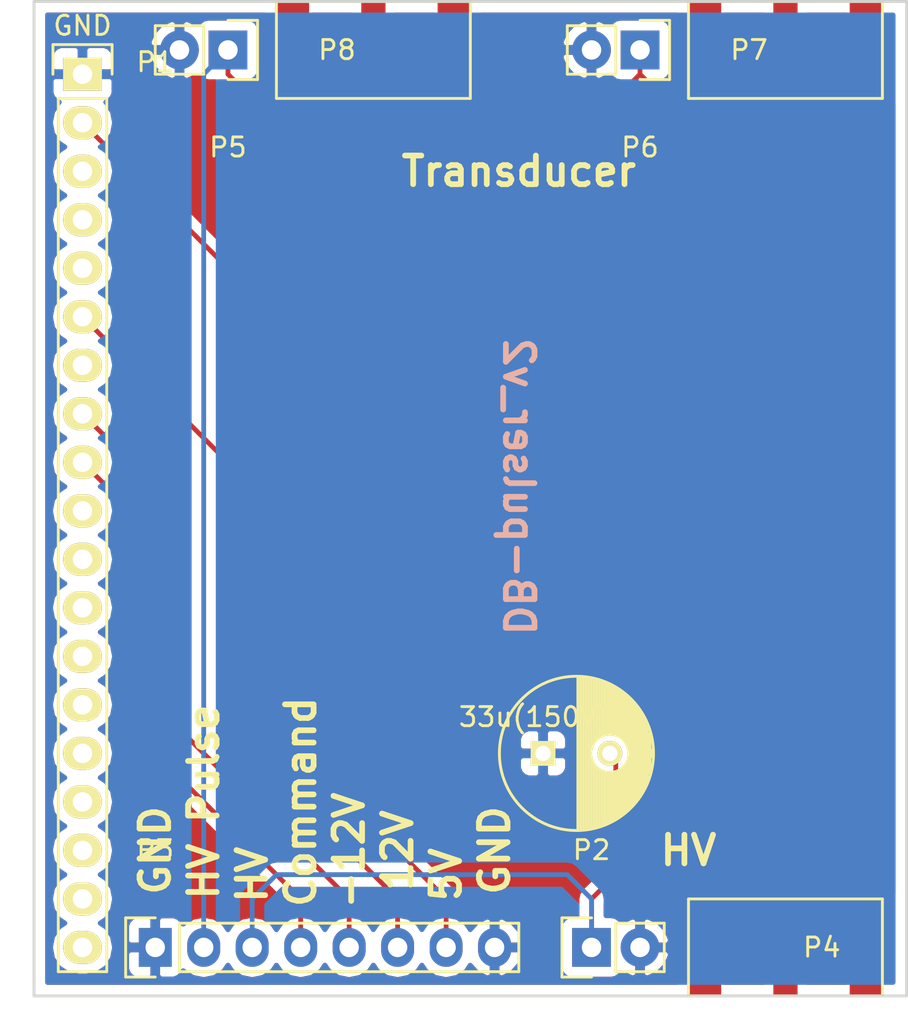
<source format=kicad_pcb>
(kicad_pcb (version 4) (host pcbnew 4.0.4+e1-6308~48~ubuntu16.04.1-stable)

  (general
    (links 23)
    (no_connects 0)
    (area 56.561667 84.814999 104.215001 138.87)
    (thickness 1.6)
    (drawings 15)
    (tracks 44)
    (zones 0)
    (modules 9)
    (nets 22)
  )

  (page A4)
  (layers
    (0 F.Cu signal)
    (31 B.Cu signal)
    (32 B.Adhes user)
    (33 F.Adhes user)
    (34 B.Paste user)
    (35 F.Paste user)
    (36 B.SilkS user)
    (37 F.SilkS user)
    (38 B.Mask user)
    (39 F.Mask user)
    (40 Dwgs.User user)
    (41 Cmts.User user)
    (42 Eco1.User user)
    (43 Eco2.User user)
    (44 Edge.Cuts user)
    (45 Margin user)
    (46 B.CrtYd user)
    (47 F.CrtYd user)
    (48 B.Fab user)
    (49 F.Fab user)
  )

  (setup
    (last_trace_width 0.25)
    (trace_clearance 0.2)
    (zone_clearance 0.508)
    (zone_45_only no)
    (trace_min 0.2)
    (segment_width 0.2)
    (edge_width 0.15)
    (via_size 0.6)
    (via_drill 0.4)
    (via_min_size 0.4)
    (via_min_drill 0.3)
    (uvia_size 0.3)
    (uvia_drill 0.1)
    (uvias_allowed no)
    (uvia_min_size 0.2)
    (uvia_min_drill 0.1)
    (pcb_text_width 0.3)
    (pcb_text_size 1.5 1.5)
    (mod_edge_width 0.15)
    (mod_text_size 1 1)
    (mod_text_width 0.15)
    (pad_size 1.524 1.524)
    (pad_drill 0.762)
    (pad_to_mask_clearance 0.2)
    (aux_axis_origin 0 0)
    (visible_elements 7FFFFFFF)
    (pcbplotparams
      (layerselection 0x010fc_80000001)
      (usegerberextensions true)
      (excludeedgelayer true)
      (linewidth 0.100000)
      (plotframeref false)
      (viasonmask false)
      (mode 1)
      (useauxorigin false)
      (hpglpennumber 1)
      (hpglpenspeed 20)
      (hpglpendiameter 15)
      (hpglpenoverlay 2)
      (psnegative false)
      (psa4output false)
      (plotreference true)
      (plotvalue true)
      (plotinvisibletext false)
      (padsonsilk false)
      (subtractmaskfromsilk false)
      (outputformat 1)
      (mirror false)
      (drillshape 0)
      (scaleselection 1)
      (outputdirectory ../gerber/))
  )

  (net 0 "")
  (net 1 GND)
  (net 2 "Net-(P1-Pad2)")
  (net 3 "Net-(P1-Pad6)")
  (net 4 "Net-(P1-Pad8)")
  (net 5 "Net-(P1-Pad9)")
  (net 6 "Net-(P3-Pad2)")
  (net 7 "Net-(33u(150V)1-Pad2)")
  (net 8 "Net-(P1-Pad3)")
  (net 9 "Net-(P1-Pad4)")
  (net 10 "Net-(P1-Pad5)")
  (net 11 "Net-(P1-Pad7)")
  (net 12 "Net-(P1-Pad10)")
  (net 13 "Net-(P1-Pad11)")
  (net 14 "Net-(P1-Pad12)")
  (net 15 "Net-(P1-Pad13)")
  (net 16 "Net-(P1-Pad14)")
  (net 17 "Net-(P1-Pad15)")
  (net 18 "Net-(P1-Pad16)")
  (net 19 "Net-(P1-Pad17)")
  (net 20 "Net-(P1-Pad18)")
  (net 21 "Net-(P1-Pad19)")

  (net_class Default "This is the default net class."
    (clearance 0.2)
    (trace_width 0.25)
    (via_dia 0.6)
    (via_drill 0.4)
    (uvia_dia 0.3)
    (uvia_drill 0.1)
    (add_net GND)
    (add_net "Net-(33u(150V)1-Pad2)")
    (add_net "Net-(P1-Pad10)")
    (add_net "Net-(P1-Pad11)")
    (add_net "Net-(P1-Pad12)")
    (add_net "Net-(P1-Pad13)")
    (add_net "Net-(P1-Pad14)")
    (add_net "Net-(P1-Pad15)")
    (add_net "Net-(P1-Pad16)")
    (add_net "Net-(P1-Pad17)")
    (add_net "Net-(P1-Pad18)")
    (add_net "Net-(P1-Pad19)")
    (add_net "Net-(P1-Pad2)")
    (add_net "Net-(P1-Pad3)")
    (add_net "Net-(P1-Pad4)")
    (add_net "Net-(P1-Pad5)")
    (add_net "Net-(P1-Pad6)")
    (add_net "Net-(P1-Pad7)")
    (add_net "Net-(P1-Pad8)")
    (add_net "Net-(P1-Pad9)")
    (add_net "Net-(P3-Pad2)")
  )

  (module Echopen:Socket_1x02 (layer F.Cu) (tedit 58405851) (tstamp 58414B1A)
    (at 90.17 87.63 180)
    (descr "Through hole socket strip")
    (tags "socket strip")
    (path /57BEF1AE)
    (attr smd)
    (fp_text reference P6 (at 0 -5.1 180) (layer F.SilkS)
      (effects (font (size 1 1) (thickness 0.15)))
    )
    (fp_text value CONN_01X02 (at 0 -3.1 180) (layer F.Fab)
      (effects (font (size 1 1) (thickness 0.15)))
    )
    (fp_line (start -1.55 1.55) (end 0 1.55) (layer F.SilkS) (width 0.15))
    (fp_line (start 3.81 1.27) (end 1.27 1.27) (layer F.SilkS) (width 0.15))
    (fp_line (start -1.75 -1.75) (end -1.75 1.75) (layer F.CrtYd) (width 0.05))
    (fp_line (start 4.3 -1.75) (end 4.3 1.75) (layer F.CrtYd) (width 0.05))
    (fp_line (start -1.75 -1.75) (end 4.3 -1.75) (layer F.CrtYd) (width 0.05))
    (fp_line (start -1.75 1.75) (end 4.3 1.75) (layer F.CrtYd) (width 0.05))
    (fp_line (start 1.27 1.27) (end 1.27 -1.27) (layer F.SilkS) (width 0.15))
    (fp_line (start 0 -1.55) (end -1.55 -1.55) (layer F.SilkS) (width 0.15))
    (fp_line (start -1.55 -1.55) (end -1.55 1.55) (layer F.SilkS) (width 0.15))
    (fp_line (start 1.27 -1.27) (end 3.81 -1.27) (layer F.SilkS) (width 0.15))
    (fp_line (start 3.81 -1.27) (end 3.81 1.27) (layer F.SilkS) (width 0.15))
    (pad 1 thru_hole rect (at 0 0 180) (size 2.032 2.032) (drill 1.016) (layers *.Cu *.Mask)
      (net 6 "Net-(P3-Pad2)"))
    (pad 2 thru_hole oval (at 2.54 0 180) (size 2.032 2.032) (drill 1.016) (layers *.Cu *.Mask)
      (net 1 GND))
    (model Socket_Strips.3dshapes/Socket_Strip_Straight_1x02.wrl
      (at (xyz 0.05 0 0))
      (scale (xyz 1 1 1))
      (rotate (xyz 0 0 180))
    )
  )

  (module Echopen:Socket_1x02 (layer F.Cu) (tedit 58405851) (tstamp 58414B0A)
    (at 68.58 87.63 180)
    (descr "Through hole socket strip")
    (tags "socket strip")
    (path /57BEF06F)
    (attr smd)
    (fp_text reference P5 (at 0 -5.1 180) (layer F.SilkS)
      (effects (font (size 1 1) (thickness 0.15)))
    )
    (fp_text value CONN_01X02 (at 0 -3.1 180) (layer F.Fab)
      (effects (font (size 1 1) (thickness 0.15)))
    )
    (fp_line (start -1.55 1.55) (end 0 1.55) (layer F.SilkS) (width 0.15))
    (fp_line (start 3.81 1.27) (end 1.27 1.27) (layer F.SilkS) (width 0.15))
    (fp_line (start -1.75 -1.75) (end -1.75 1.75) (layer F.CrtYd) (width 0.05))
    (fp_line (start 4.3 -1.75) (end 4.3 1.75) (layer F.CrtYd) (width 0.05))
    (fp_line (start -1.75 -1.75) (end 4.3 -1.75) (layer F.CrtYd) (width 0.05))
    (fp_line (start -1.75 1.75) (end 4.3 1.75) (layer F.CrtYd) (width 0.05))
    (fp_line (start 1.27 1.27) (end 1.27 -1.27) (layer F.SilkS) (width 0.15))
    (fp_line (start 0 -1.55) (end -1.55 -1.55) (layer F.SilkS) (width 0.15))
    (fp_line (start -1.55 -1.55) (end -1.55 1.55) (layer F.SilkS) (width 0.15))
    (fp_line (start 1.27 -1.27) (end 3.81 -1.27) (layer F.SilkS) (width 0.15))
    (fp_line (start 3.81 -1.27) (end 3.81 1.27) (layer F.SilkS) (width 0.15))
    (pad 1 thru_hole rect (at 0 0 180) (size 2.032 2.032) (drill 1.016) (layers *.Cu *.Mask)
      (net 6 "Net-(P3-Pad2)"))
    (pad 2 thru_hole oval (at 2.54 0 180) (size 2.032 2.032) (drill 1.016) (layers *.Cu *.Mask)
      (net 1 GND))
    (model Socket_Strips.3dshapes/Socket_Strip_Straight_1x02.wrl
      (at (xyz 0.05 0 0))
      (scale (xyz 1 1 1))
      (rotate (xyz 0 0 180))
    )
  )

  (module Echopen:Socket_Strip_Straight_1x08 (layer F.Cu) (tedit 584144DC) (tstamp 58414AF4)
    (at 64.77 134.62)
    (descr "Through hole socket strip")
    (tags "socket strip")
    (path /57BEECD8)
    (attr smd)
    (fp_text reference P3 (at 0 -5.1) (layer F.SilkS)
      (effects (font (size 1 1) (thickness 0.15)))
    )
    (fp_text value CONN_01X08 (at 0 -3.1) (layer F.Fab)
      (effects (font (size 1 1) (thickness 0.15)))
    )
    (fp_line (start -1.75 -1.75) (end -1.75 1.75) (layer F.CrtYd) (width 0.05))
    (fp_line (start 19.55 -1.75) (end 19.55 1.75) (layer F.CrtYd) (width 0.05))
    (fp_line (start -1.75 -1.75) (end 19.55 -1.75) (layer F.CrtYd) (width 0.05))
    (fp_line (start -1.75 1.75) (end 19.55 1.75) (layer F.CrtYd) (width 0.05))
    (fp_line (start 1.27 1.27) (end 19.05 1.27) (layer F.SilkS) (width 0.15))
    (fp_line (start 19.05 1.27) (end 19.05 -1.27) (layer F.SilkS) (width 0.15))
    (fp_line (start 19.05 -1.27) (end 1.27 -1.27) (layer F.SilkS) (width 0.15))
    (fp_line (start -1.55 1.55) (end 0 1.55) (layer F.SilkS) (width 0.15))
    (fp_line (start 1.27 1.27) (end 1.27 -1.27) (layer F.SilkS) (width 0.15))
    (fp_line (start 0 -1.55) (end -1.55 -1.55) (layer F.SilkS) (width 0.15))
    (fp_line (start -1.55 -1.55) (end -1.55 1.55) (layer F.SilkS) (width 0.15))
    (pad 1 thru_hole rect (at 0 0) (size 1.7272 2.032) (drill 1.016) (layers *.Cu *.Mask)
      (net 1 GND))
    (pad 2 thru_hole oval (at 2.54 0) (size 1.7272 2.032) (drill 1.016) (layers *.Cu *.Mask)
      (net 6 "Net-(P3-Pad2)"))
    (pad 3 thru_hole oval (at 5.08 0) (size 1.7272 2.032) (drill 1.016) (layers *.Cu *.Mask)
      (net 7 "Net-(33u(150V)1-Pad2)"))
    (pad 4 thru_hole oval (at 7.62 0) (size 1.7272 2.032) (drill 1.016) (layers *.Cu *.Mask)
      (net 5 "Net-(P1-Pad9)"))
    (pad 5 thru_hole oval (at 10.16 0) (size 1.7272 2.032) (drill 1.016) (layers *.Cu *.Mask)
      (net 4 "Net-(P1-Pad8)"))
    (pad 6 thru_hole oval (at 12.7 0) (size 1.7272 2.032) (drill 1.016) (layers *.Cu *.Mask)
      (net 3 "Net-(P1-Pad6)"))
    (pad 7 thru_hole oval (at 15.24 0) (size 1.7272 2.032) (drill 1.016) (layers *.Cu *.Mask)
      (net 2 "Net-(P1-Pad2)"))
    (pad 8 thru_hole oval (at 17.78 0) (size 1.7272 2.032) (drill 1.016) (layers *.Cu *.Mask)
      (net 1 GND))
    (model Socket_Strips.3dshapes/Socket_Strip_Straight_1x08.wrl
      (at (xyz 0.35 0 0))
      (scale (xyz 1 1 1))
      (rotate (xyz 0 0 180))
    )
  )

  (module Echopen:Socket_1x02 (layer F.Cu) (tedit 58405851) (tstamp 58414AE4)
    (at 87.63 134.62)
    (descr "Through hole socket strip")
    (tags "socket strip")
    (path /57BEEE86)
    (attr smd)
    (fp_text reference P2 (at 0 -5.1) (layer F.SilkS)
      (effects (font (size 1 1) (thickness 0.15)))
    )
    (fp_text value CONN_01X02 (at 0 -3.1) (layer F.Fab)
      (effects (font (size 1 1) (thickness 0.15)))
    )
    (fp_line (start -1.55 1.55) (end 0 1.55) (layer F.SilkS) (width 0.15))
    (fp_line (start 3.81 1.27) (end 1.27 1.27) (layer F.SilkS) (width 0.15))
    (fp_line (start -1.75 -1.75) (end -1.75 1.75) (layer F.CrtYd) (width 0.05))
    (fp_line (start 4.3 -1.75) (end 4.3 1.75) (layer F.CrtYd) (width 0.05))
    (fp_line (start -1.75 -1.75) (end 4.3 -1.75) (layer F.CrtYd) (width 0.05))
    (fp_line (start -1.75 1.75) (end 4.3 1.75) (layer F.CrtYd) (width 0.05))
    (fp_line (start 1.27 1.27) (end 1.27 -1.27) (layer F.SilkS) (width 0.15))
    (fp_line (start 0 -1.55) (end -1.55 -1.55) (layer F.SilkS) (width 0.15))
    (fp_line (start -1.55 -1.55) (end -1.55 1.55) (layer F.SilkS) (width 0.15))
    (fp_line (start 1.27 -1.27) (end 3.81 -1.27) (layer F.SilkS) (width 0.15))
    (fp_line (start 3.81 -1.27) (end 3.81 1.27) (layer F.SilkS) (width 0.15))
    (pad 1 thru_hole rect (at 0 0) (size 2.032 2.032) (drill 1.016) (layers *.Cu *.Mask)
      (net 7 "Net-(33u(150V)1-Pad2)"))
    (pad 2 thru_hole oval (at 2.54 0) (size 2.032 2.032) (drill 1.016) (layers *.Cu *.Mask)
      (net 1 GND))
    (model Socket_Strips.3dshapes/Socket_Strip_Straight_1x02.wrl
      (at (xyz 0.05 0 0))
      (scale (xyz 1 1 1))
      (rotate (xyz 0 0 180))
    )
  )

  (module Echopen:Header_pin_1x19 (layer F.Cu) (tedit 580DDA9C) (tstamp 58414AC2)
    (at 60.96 111.76)
    (descr "Through hole socket strip")
    (tags "socket strip")
    (path /57BEEBC1)
    (attr smd)
    (fp_text reference P1 (at 3.81 -23.495) (layer F.SilkS)
      (effects (font (size 1 1) (thickness 0.15)))
    )
    (fp_text value CONN_01X19 (at 0.635 26.035) (layer F.Fab)
      (effects (font (size 1 1) (thickness 0.15)))
    )
    (fp_text user GND (at 0 -25.4) (layer F.SilkS)
      (effects (font (size 1 1) (thickness 0.15)))
    )
    (fp_line (start 1.75 -24.61) (end -1.75 -24.61) (layer F.CrtYd) (width 0.05))
    (fp_line (start 1.75 24.64) (end -1.75 24.64) (layer F.CrtYd) (width 0.05))
    (fp_line (start 1.75 -24.61) (end 1.75 24.64) (layer F.CrtYd) (width 0.05))
    (fp_line (start -1.75 -24.61) (end -1.75 24.64) (layer F.CrtYd) (width 0.05))
    (fp_line (start -1.27 -21.59) (end -1.27 24.13) (layer F.SilkS) (width 0.15))
    (fp_line (start -1.27 24.13) (end 1.27 24.13) (layer F.SilkS) (width 0.15))
    (fp_line (start 1.27 24.13) (end 1.27 -21.59) (layer F.SilkS) (width 0.15))
    (fp_line (start -1.55 -24.41) (end -1.55 -22.86) (layer F.SilkS) (width 0.15))
    (fp_line (start -1.27 -21.59) (end 1.27 -21.59) (layer F.SilkS) (width 0.15))
    (fp_line (start 1.55 -22.86) (end 1.55 -24.41) (layer F.SilkS) (width 0.15))
    (fp_line (start 1.55 -24.41) (end -1.55 -24.41) (layer F.SilkS) (width 0.15))
    (pad 1 thru_hole rect (at 0 -22.86 270) (size 1.7272 2.032) (drill 1.016) (layers *.Cu *.Mask F.SilkS)
      (net 1 GND))
    (pad 2 thru_hole oval (at 0 -20.32 270) (size 1.7272 2.032) (drill 1.016) (layers *.Cu *.Mask F.SilkS)
      (net 2 "Net-(P1-Pad2)"))
    (pad 3 thru_hole oval (at 0 -17.78 270) (size 1.7272 2.032) (drill 1.016) (layers *.Cu *.Mask F.SilkS)
      (net 8 "Net-(P1-Pad3)"))
    (pad 4 thru_hole oval (at 0 -15.24 270) (size 1.7272 2.032) (drill 1.016) (layers *.Cu *.Mask F.SilkS)
      (net 9 "Net-(P1-Pad4)"))
    (pad 5 thru_hole oval (at 0 -12.7 270) (size 1.7272 2.032) (drill 1.016) (layers *.Cu *.Mask F.SilkS)
      (net 10 "Net-(P1-Pad5)"))
    (pad 6 thru_hole oval (at 0 -10.16 270) (size 1.7272 2.032) (drill 1.016) (layers *.Cu *.Mask F.SilkS)
      (net 3 "Net-(P1-Pad6)"))
    (pad 7 thru_hole oval (at 0 -7.62 270) (size 1.7272 2.032) (drill 1.016) (layers *.Cu *.Mask F.SilkS)
      (net 11 "Net-(P1-Pad7)"))
    (pad 8 thru_hole oval (at 0 -5.08 270) (size 1.7272 2.032) (drill 1.016) (layers *.Cu *.Mask F.SilkS)
      (net 4 "Net-(P1-Pad8)"))
    (pad 9 thru_hole oval (at 0 -2.54 270) (size 1.7272 2.032) (drill 1.016) (layers *.Cu *.Mask F.SilkS)
      (net 5 "Net-(P1-Pad9)"))
    (pad 10 thru_hole oval (at 0 0 270) (size 1.7272 2.032) (drill 1.016) (layers *.Cu *.Mask F.SilkS)
      (net 12 "Net-(P1-Pad10)"))
    (pad 11 thru_hole oval (at 0 2.54 270) (size 1.7272 2.032) (drill 1.016) (layers *.Cu *.Mask F.SilkS)
      (net 13 "Net-(P1-Pad11)"))
    (pad 12 thru_hole oval (at 0 5.08 270) (size 1.7272 2.032) (drill 1.016) (layers *.Cu *.Mask F.SilkS)
      (net 14 "Net-(P1-Pad12)"))
    (pad 13 thru_hole oval (at 0 7.62 270) (size 1.7272 2.032) (drill 1.016) (layers *.Cu *.Mask F.SilkS)
      (net 15 "Net-(P1-Pad13)"))
    (pad 14 thru_hole oval (at 0 10.16 270) (size 1.7272 2.032) (drill 1.016) (layers *.Cu *.Mask F.SilkS)
      (net 16 "Net-(P1-Pad14)"))
    (pad 15 thru_hole oval (at 0 12.7 270) (size 1.7272 2.032) (drill 1.016) (layers *.Cu *.Mask F.SilkS)
      (net 17 "Net-(P1-Pad15)"))
    (pad 16 thru_hole oval (at 0 15.24 270) (size 1.7272 2.032) (drill 1.016) (layers *.Cu *.Mask F.SilkS)
      (net 18 "Net-(P1-Pad16)"))
    (pad 17 thru_hole oval (at 0 17.78 270) (size 1.7272 2.032) (drill 1.016) (layers *.Cu *.Mask F.SilkS)
      (net 19 "Net-(P1-Pad17)"))
    (pad 18 thru_hole oval (at 0 20.32 270) (size 1.7272 2.032) (drill 1.016) (layers *.Cu *.Mask F.SilkS)
      (net 20 "Net-(P1-Pad18)"))
    (pad 19 thru_hole oval (at 0 22.86 270) (size 1.7272 2.032) (drill 1.016) (layers *.Cu *.Mask F.SilkS)
      (net 21 "Net-(P1-Pad19)"))
    (model Pin_Headers.3dshapes/Pin_Header_Straight_1x19.wrl
      (at (xyz 0 0 -0.05))
      (scale (xyz 1 1 1))
      (rotate (xyz 0 180 90))
    )
  )

  (module Echopen:CP_TH_common (layer F.Cu) (tedit 580DD8BA) (tstamp 57C05E05)
    (at 85.09 124.46)
    (descr "Radial Electrolytic Capacitor Diameter 8mm x Length 11.5mm, Pitch 3.5mm")
    (tags "Electrolytic Capacitor")
    (path /57C05E2E)
    (attr smd)
    (fp_text reference "33u(150V)1" (at 0 -1.905) (layer F.SilkS)
      (effects (font (size 1 1) (thickness 0.15)))
    )
    (fp_text value CP (at 1.27 1.905) (layer F.Fab)
      (effects (font (size 1 1) (thickness 0.15)))
    )
    (fp_line (start 1.825 -3.999) (end 1.825 3.999) (layer F.SilkS) (width 0.15))
    (fp_line (start 1.965 -3.994) (end 1.965 3.994) (layer F.SilkS) (width 0.15))
    (fp_line (start 2.105 -3.984) (end 2.105 3.984) (layer F.SilkS) (width 0.15))
    (fp_line (start 2.245 -3.969) (end 2.245 3.969) (layer F.SilkS) (width 0.15))
    (fp_line (start 2.385 -3.949) (end 2.385 3.949) (layer F.SilkS) (width 0.15))
    (fp_line (start 2.525 -3.924) (end 2.525 -0.222) (layer F.SilkS) (width 0.15))
    (fp_line (start 2.525 0.222) (end 2.525 3.924) (layer F.SilkS) (width 0.15))
    (fp_line (start 2.665 -3.894) (end 2.665 -0.55) (layer F.SilkS) (width 0.15))
    (fp_line (start 2.665 0.55) (end 2.665 3.894) (layer F.SilkS) (width 0.15))
    (fp_line (start 2.805 -3.858) (end 2.805 -0.719) (layer F.SilkS) (width 0.15))
    (fp_line (start 2.805 0.719) (end 2.805 3.858) (layer F.SilkS) (width 0.15))
    (fp_line (start 2.945 -3.817) (end 2.945 -0.832) (layer F.SilkS) (width 0.15))
    (fp_line (start 2.945 0.832) (end 2.945 3.817) (layer F.SilkS) (width 0.15))
    (fp_line (start 3.085 -3.771) (end 3.085 -0.91) (layer F.SilkS) (width 0.15))
    (fp_line (start 3.085 0.91) (end 3.085 3.771) (layer F.SilkS) (width 0.15))
    (fp_line (start 3.225 -3.718) (end 3.225 -0.961) (layer F.SilkS) (width 0.15))
    (fp_line (start 3.225 0.961) (end 3.225 3.718) (layer F.SilkS) (width 0.15))
    (fp_line (start 3.365 -3.659) (end 3.365 -0.991) (layer F.SilkS) (width 0.15))
    (fp_line (start 3.365 0.991) (end 3.365 3.659) (layer F.SilkS) (width 0.15))
    (fp_line (start 3.505 -3.594) (end 3.505 -1) (layer F.SilkS) (width 0.15))
    (fp_line (start 3.505 1) (end 3.505 3.594) (layer F.SilkS) (width 0.15))
    (fp_line (start 3.645 -3.523) (end 3.645 -0.989) (layer F.SilkS) (width 0.15))
    (fp_line (start 3.645 0.989) (end 3.645 3.523) (layer F.SilkS) (width 0.15))
    (fp_line (start 3.785 -3.444) (end 3.785 -0.959) (layer F.SilkS) (width 0.15))
    (fp_line (start 3.785 0.959) (end 3.785 3.444) (layer F.SilkS) (width 0.15))
    (fp_line (start 3.925 -3.357) (end 3.925 -0.905) (layer F.SilkS) (width 0.15))
    (fp_line (start 3.925 0.905) (end 3.925 3.357) (layer F.SilkS) (width 0.15))
    (fp_line (start 4.065 -3.262) (end 4.065 -0.825) (layer F.SilkS) (width 0.15))
    (fp_line (start 4.065 0.825) (end 4.065 3.262) (layer F.SilkS) (width 0.15))
    (fp_line (start 4.205 -3.158) (end 4.205 -0.709) (layer F.SilkS) (width 0.15))
    (fp_line (start 4.205 0.709) (end 4.205 3.158) (layer F.SilkS) (width 0.15))
    (fp_line (start 4.345 -3.044) (end 4.345 -0.535) (layer F.SilkS) (width 0.15))
    (fp_line (start 4.345 0.535) (end 4.345 3.044) (layer F.SilkS) (width 0.15))
    (fp_line (start 4.485 -2.919) (end 4.485 -0.173) (layer F.SilkS) (width 0.15))
    (fp_line (start 4.485 0.173) (end 4.485 2.919) (layer F.SilkS) (width 0.15))
    (fp_line (start 4.625 -2.781) (end 4.625 2.781) (layer F.SilkS) (width 0.15))
    (fp_line (start 4.765 -2.629) (end 4.765 2.629) (layer F.SilkS) (width 0.15))
    (fp_line (start 4.905 -2.459) (end 4.905 2.459) (layer F.SilkS) (width 0.15))
    (fp_line (start 5.045 -2.268) (end 5.045 2.268) (layer F.SilkS) (width 0.15))
    (fp_line (start 5.185 -2.05) (end 5.185 2.05) (layer F.SilkS) (width 0.15))
    (fp_line (start 5.325 -1.794) (end 5.325 1.794) (layer F.SilkS) (width 0.15))
    (fp_line (start 5.465 -1.483) (end 5.465 1.483) (layer F.SilkS) (width 0.15))
    (fp_line (start 5.605 -1.067) (end 5.605 1.067) (layer F.SilkS) (width 0.15))
    (fp_line (start 5.745 -0.2) (end 5.745 0.2) (layer F.SilkS) (width 0.15))
    (fp_circle (center 3.5 0) (end 3.5 -1) (layer F.SilkS) (width 0.15))
    (fp_circle (center 1.75 0) (end 1.75 -4.0375) (layer F.SilkS) (width 0.15))
    (fp_circle (center 1.75 0) (end 1.75 -4.3) (layer F.CrtYd) (width 0.05))
    (pad 2 thru_hole circle (at 3.5 0) (size 1.3 1.3) (drill 0.8) (layers *.Cu *.Mask F.SilkS)
      (net 7 "Net-(33u(150V)1-Pad2)"))
    (pad 1 thru_hole rect (at 0 0) (size 1.3 1.3) (drill 0.8) (layers *.Cu *.Mask F.SilkS)
      (net 1 GND))
    (model Capacitors_ThroughHole.3dshapes/C_Radial_D8_L11.5_P3.5.wrl
      (at (xyz 0 0 0))
      (scale (xyz 1 1 1))
      (rotate (xyz 0 0 0))
    )
  )

  (module Echopen:SMA (layer F.Cu) (tedit 580DD950) (tstamp 57BEEEC6)
    (at 76.2 87.63 180)
    (path /57BEF1B4)
    (attr smd)
    (fp_text reference P8 (at 1.905 0 180) (layer F.SilkS)
      (effects (font (size 1 1) (thickness 0.15)))
    )
    (fp_text value SMA (at -2.54 0 180) (layer F.Fab)
      (effects (font (size 1 1) (thickness 0.15)))
    )
    (fp_line (start -5.08 -2.54) (end 5.08 -2.54) (layer F.SilkS) (width 0.15))
    (fp_line (start 5.08 -2.54) (end 5.08 2.54) (layer F.SilkS) (width 0.15))
    (fp_line (start 5.08 2.54) (end -5.08 2.54) (layer F.SilkS) (width 0.15))
    (fp_line (start -5.08 2.54) (end -5.08 -2.54) (layer F.SilkS) (width 0.15))
    (pad 2 smd rect (at -4.2545 0 180) (size 1.778 5.08) (layers *.Paste *.Mask F.Cu)
      (net 1 GND))
    (pad 2 smd rect (at 4.2545 0 180) (size 1.778 5.08) (layers *.Paste *.Mask F.Cu)
      (net 1 GND))
    (pad 1 smd rect (at 0 0 180) (size 1.27 5.08) (layers F.Cu F.Paste F.Mask)
      (net 6 "Net-(P3-Pad2)"))
    (model ../../../../../home/echopen/Bureau/GitHub/electronic/kicad/Librairy/3d/sma_90_r300.124.403.wrl
      (at (xyz 0 -0.15 0))
      (scale (xyz 0.9 0.9 0.9))
      (rotate (xyz 0 0 0))
    )
  )

  (module Echopen:SMA (layer F.Cu) (tedit 580DD950) (tstamp 57BEEEBF)
    (at 97.79 87.63 180)
    (path /57BEF0D8)
    (attr smd)
    (fp_text reference P7 (at 1.905 0 180) (layer F.SilkS)
      (effects (font (size 1 1) (thickness 0.15)))
    )
    (fp_text value SMA (at -2.54 0 180) (layer F.Fab)
      (effects (font (size 1 1) (thickness 0.15)))
    )
    (fp_line (start -5.08 -2.54) (end 5.08 -2.54) (layer F.SilkS) (width 0.15))
    (fp_line (start 5.08 -2.54) (end 5.08 2.54) (layer F.SilkS) (width 0.15))
    (fp_line (start 5.08 2.54) (end -5.08 2.54) (layer F.SilkS) (width 0.15))
    (fp_line (start -5.08 2.54) (end -5.08 -2.54) (layer F.SilkS) (width 0.15))
    (pad 2 smd rect (at -4.2545 0 180) (size 1.778 5.08) (layers *.Paste *.Mask F.Cu)
      (net 1 GND))
    (pad 2 smd rect (at 4.2545 0 180) (size 1.778 5.08) (layers *.Paste *.Mask F.Cu)
      (net 1 GND))
    (pad 1 smd rect (at 0 0 180) (size 1.27 5.08) (layers F.Cu F.Paste F.Mask)
      (net 6 "Net-(P3-Pad2)"))
    (model ../../../../../home/echopen/Bureau/GitHub/electronic/kicad/Librairy/3d/sma_90_r300.124.403.wrl
      (at (xyz 0 -0.15 0))
      (scale (xyz 0.9 0.9 0.9))
      (rotate (xyz 0 0 0))
    )
  )

  (module Echopen:SMA (layer F.Cu) (tedit 580DD950) (tstamp 57BEEEAC)
    (at 97.79 134.62)
    (path /57BEEF82)
    (attr smd)
    (fp_text reference P4 (at 1.905 0) (layer F.SilkS)
      (effects (font (size 1 1) (thickness 0.15)))
    )
    (fp_text value SMA (at -2.54 0) (layer F.Fab)
      (effects (font (size 1 1) (thickness 0.15)))
    )
    (fp_line (start -5.08 -2.54) (end 5.08 -2.54) (layer F.SilkS) (width 0.15))
    (fp_line (start 5.08 -2.54) (end 5.08 2.54) (layer F.SilkS) (width 0.15))
    (fp_line (start 5.08 2.54) (end -5.08 2.54) (layer F.SilkS) (width 0.15))
    (fp_line (start -5.08 2.54) (end -5.08 -2.54) (layer F.SilkS) (width 0.15))
    (pad 2 smd rect (at -4.2545 0) (size 1.778 5.08) (layers *.Paste *.Mask F.Cu)
      (net 1 GND))
    (pad 2 smd rect (at 4.2545 0) (size 1.778 5.08) (layers *.Paste *.Mask F.Cu)
      (net 1 GND))
    (pad 1 smd rect (at 0 0) (size 1.27 5.08) (layers F.Cu F.Paste F.Mask)
      (net 7 "Net-(33u(150V)1-Pad2)"))
    (model ../../../../../home/echopen/Bureau/GitHub/electronic/kicad/Librairy/3d/sma_90_r300.124.403.wrl
      (at (xyz 0 -0.15 0))
      (scale (xyz 0.9 0.9 0.9))
      (rotate (xyz 0 0 0))
    )
  )

  (gr_line (start 104.14 85.09) (end 58.42 85.09) (angle 90) (layer Edge.Cuts) (width 0.15))
  (gr_line (start 104.14 137.16) (end 104.14 85.09) (angle 90) (layer Edge.Cuts) (width 0.15))
  (gr_line (start 58.42 137.16) (end 104.14 137.16) (angle 90) (layer Edge.Cuts) (width 0.15))
  (gr_line (start 58.42 85.09) (end 58.42 137.16) (angle 90) (layer Edge.Cuts) (width 0.15))
  (gr_text HV (at 92.71 129.54) (layer F.SilkS)
    (effects (font (size 1.5 1.5) (thickness 0.3)))
  )
  (gr_text Transducer (at 83.82 93.98) (layer F.SilkS)
    (effects (font (size 1.5 1.5) (thickness 0.3)))
  )
  (gr_text GND (at 64.77 129.54 90) (layer F.SilkS)
    (effects (font (size 1.5 1.5) (thickness 0.3)))
  )
  (gr_text GND (at 82.55 129.54 90) (layer F.SilkS)
    (effects (font (size 1.5 1.5) (thickness 0.3)))
  )
  (gr_text 5V (at 80.01 130.81 90) (layer F.SilkS)
    (effects (font (size 1.5 1.5) (thickness 0.3)))
  )
  (gr_text 12V (at 77.47 129.54 90) (layer F.SilkS)
    (effects (font (size 1.5 1.5) (thickness 0.3)))
  )
  (gr_text -12V (at 74.93 129.54 90) (layer F.SilkS)
    (effects (font (size 1.5 1.5) (thickness 0.3)))
  )
  (gr_text Command (at 72.39 127 90) (layer F.SilkS)
    (effects (font (size 1.5 1.5) (thickness 0.3)))
  )
  (gr_text HV (at 69.85 130.81 90) (layer F.SilkS)
    (effects (font (size 1.5 1.5) (thickness 0.3)))
  )
  (gr_text "HV Pulse" (at 67.31 127 90) (layer F.SilkS)
    (effects (font (size 1.5 1.5) (thickness 0.3)))
  )
  (gr_text DB-pulser_v2 (at 83.82 110.49 270) (layer B.SilkS)
    (effects (font (size 1.5 1.5) (thickness 0.3)) (justify mirror))
  )

  (segment (start 60.96 91.44) (end 71.12 101.6) (width 0.25) (layer F.Cu) (net 2))
  (segment (start 71.12 101.6) (end 71.12 123.19) (width 0.25) (layer F.Cu) (net 2) (tstamp 57BEF064))
  (segment (start 80.01 132.08) (end 80.01 134.62) (width 0.25) (layer F.Cu) (net 2) (tstamp 57BEF066))
  (segment (start 71.12 123.19) (end 80.01 132.08) (width 0.25) (layer F.Cu) (net 2) (tstamp 57BEF065))
  (segment (start 60.96 101.6) (end 68.58 109.22) (width 0.25) (layer F.Cu) (net 3))
  (segment (start 68.58 109.22) (end 68.58 123.19) (width 0.25) (layer F.Cu) (net 3) (tstamp 57BEF05E))
  (segment (start 77.47 132.08) (end 77.47 134.62) (width 0.25) (layer F.Cu) (net 3) (tstamp 57BEF060))
  (segment (start 68.58 123.19) (end 77.47 132.08) (width 0.25) (layer F.Cu) (net 3) (tstamp 57BEF05F))
  (segment (start 60.96 106.68) (end 64.77 110.49) (width 0.25) (layer F.Cu) (net 4))
  (segment (start 64.77 110.49) (end 66.04 111.76) (width 0.25) (layer F.Cu) (net 4) (tstamp 57BEF057))
  (segment (start 74.93 132.08) (end 74.93 134.62) (width 0.25) (layer F.Cu) (net 4) (tstamp 57BEF05A))
  (segment (start 66.04 123.19) (end 74.93 132.08) (width 0.25) (layer F.Cu) (net 4) (tstamp 57BEF059))
  (segment (start 66.04 111.76) (end 66.04 123.19) (width 0.25) (layer F.Cu) (net 4) (tstamp 57BEF058))
  (segment (start 72.39 132.08) (end 72.39 134.62) (width 0.25) (layer F.Cu) (net 5) (tstamp 57BEF053))
  (segment (start 63.5 123.19) (end 72.39 132.08) (width 0.25) (layer F.Cu) (net 5) (tstamp 57BEF051))
  (segment (start 60.96 109.22) (end 63.5 111.76) (width 0.25) (layer F.Cu) (net 5))
  (segment (start 63.5 111.76) (end 63.5 123.19) (width 0.25) (layer F.Cu) (net 5) (tstamp 57BEF050))
  (segment (start 67.31 134.62) (end 67.31 88.9) (width 0.25) (layer B.Cu) (net 6))
  (segment (start 96.52 91.44) (end 97.79 90.17) (width 0.25) (layer F.Cu) (net 6) (tstamp 57BEF099))
  (segment (start 92.71 91.44) (end 96.52 91.44) (width 0.25) (layer F.Cu) (net 6) (tstamp 57BEF098))
  (segment (start 76.2 90.17) (end 77.47 91.44) (width 0.25) (layer F.Cu) (net 6) (tstamp 57BEF08E))
  (segment (start 77.47 91.44) (end 87.63 91.44) (width 0.25) (layer F.Cu) (net 6) (tstamp 57BEF090))
  (segment (start 71.12 91.44) (end 74.93 91.44) (width 0.25) (layer F.Cu) (net 6) (tstamp 57BEF087))
  (segment (start 74.93 91.44) (end 76.2 90.17) (width 0.25) (layer F.Cu) (net 6) (tstamp 57BEF089))
  (segment (start 90.17 87.63) (end 90.17 88.9) (width 0.25) (layer F.Cu) (net 6))
  (segment (start 90.17 88.9) (end 92.71 91.44) (width 0.25) (layer F.Cu) (net 6) (tstamp 57BEF097))
  (segment (start 97.79 90.17) (end 97.79 87.63) (width 0.25) (layer F.Cu) (net 6) (tstamp 57BEF09A))
  (segment (start 76.2 87.63) (end 76.2 90.17) (width 0.25) (layer F.Cu) (net 6))
  (segment (start 87.63 91.44) (end 90.17 88.9) (width 0.25) (layer F.Cu) (net 6) (tstamp 57BEF092))
  (segment (start 68.58 87.63) (end 68.58 88.9) (width 0.25) (layer F.Cu) (net 6))
  (segment (start 68.58 88.9) (end 71.12 91.44) (width 0.25) (layer F.Cu) (net 6) (tstamp 57BEF085))
  (segment (start 67.31 88.9) (end 68.58 87.63) (width 0.25) (layer B.Cu) (net 6) (tstamp 57BEF081))
  (segment (start 88.9 130.81) (end 88.9 124.77) (width 0.25) (layer F.Cu) (net 7))
  (segment (start 88.9 124.77) (end 88.59 124.46) (width 0.25) (layer F.Cu) (net 7) (tstamp 57C05E12))
  (segment (start 69.85 134.62) (end 69.85 132.08) (width 0.25) (layer B.Cu) (net 7))
  (segment (start 69.85 132.08) (end 71.12 130.81) (width 0.25) (layer B.Cu) (net 7) (tstamp 57BEF077))
  (segment (start 87.63 132.08) (end 87.63 134.62) (width 0.25) (layer B.Cu) (net 7) (tstamp 57BEF07D))
  (segment (start 86.36 130.81) (end 87.63 132.08) (width 0.25) (layer B.Cu) (net 7) (tstamp 57BEF07B))
  (segment (start 71.12 130.81) (end 86.36 130.81) (width 0.25) (layer B.Cu) (net 7) (tstamp 57BEF079))
  (segment (start 87.63 134.62) (end 87.63 132.08) (width 0.25) (layer F.Cu) (net 7))
  (segment (start 96.52 130.81) (end 97.79 132.08) (width 0.25) (layer F.Cu) (net 7) (tstamp 57BEF071))
  (segment (start 88.9 130.81) (end 96.52 130.81) (width 0.25) (layer F.Cu) (net 7) (tstamp 57BEF06F))
  (segment (start 87.63 132.08) (end 88.9 130.81) (width 0.25) (layer F.Cu) (net 7) (tstamp 57BEF06D))
  (segment (start 97.79 132.08) (end 97.79 134.62) (width 0.25) (layer F.Cu) (net 7) (tstamp 57BEF072))

  (zone (net 1) (net_name GND) (layer F.Cu) (tstamp 57BEF3B3) (hatch edge 0.508)
    (connect_pads (clearance 0.508))
    (min_thickness 0.254)
    (fill yes (arc_segments 16) (thermal_gap 0.508) (thermal_bridge_width 0.508))
    (polygon
      (pts
        (xy 104.14 137.16) (xy 58.42 137.16) (xy 58.42 85.09) (xy 104.14 85.09)
      )
    )
    (filled_polygon
      (pts
        (xy 70.485 87.34425) (xy 70.64375 87.503) (xy 71.628 87.503) (xy 71.628 87.483) (xy 71.882 87.483)
        (xy 71.882 87.503) (xy 72.86625 87.503) (xy 73.025 87.34425) (xy 73.025 85.8) (xy 75.04456 85.8)
        (xy 75.04456 90.17) (xy 75.05733 90.237868) (xy 74.615198 90.68) (xy 72.778025 90.68) (xy 72.928327 90.529699)
        (xy 73.025 90.29631) (xy 73.025 87.91575) (xy 72.86625 87.757) (xy 71.882 87.757) (xy 71.882 87.777)
        (xy 71.628 87.777) (xy 71.628 87.757) (xy 70.64375 87.757) (xy 70.485 87.91575) (xy 70.485 89.730198)
        (xy 69.936366 89.181564) (xy 70.047441 89.11009) (xy 70.192431 88.89789) (xy 70.24344 88.646) (xy 70.24344 86.614)
        (xy 70.199162 86.378683) (xy 70.06009 86.162559) (xy 69.84789 86.017569) (xy 69.596 85.96656) (xy 67.564 85.96656)
        (xy 67.328683 86.010838) (xy 67.112559 86.14991) (xy 67.012144 86.296872) (xy 67.008379 86.292812) (xy 66.422946 86.024017)
        (xy 66.167 86.142633) (xy 66.167 87.503) (xy 66.187 87.503) (xy 66.187 87.757) (xy 66.167 87.757)
        (xy 66.167 89.117367) (xy 66.422946 89.235983) (xy 67.008379 88.967188) (xy 67.012934 88.962276) (xy 67.09991 89.097441)
        (xy 67.31211 89.242431) (xy 67.564 89.29344) (xy 67.946408 89.29344) (xy 68.042599 89.437401) (xy 70.582599 91.977401)
        (xy 70.82916 92.142148) (xy 70.877414 92.151746) (xy 71.12 92.2) (xy 74.93 92.2) (xy 75.220839 92.142148)
        (xy 75.467401 91.977401) (xy 76.2 91.244802) (xy 76.932599 91.977401) (xy 77.17916 92.142148) (xy 77.47 92.2)
        (xy 87.63 92.2) (xy 87.920839 92.142148) (xy 88.167401 91.977401) (xy 90.17 89.974802) (xy 92.172599 91.977401)
        (xy 92.41916 92.142148) (xy 92.467414 92.151746) (xy 92.71 92.2) (xy 96.52 92.2) (xy 96.810839 92.142148)
        (xy 97.057401 91.977401) (xy 98.217362 90.81744) (xy 98.298 90.81744) (xy 98.533317 90.773162) (xy 98.749441 90.63409)
        (xy 98.894431 90.42189) (xy 98.94544 90.17) (xy 98.94544 87.91575) (xy 100.965 87.91575) (xy 100.965 90.29631)
        (xy 101.061673 90.529699) (xy 101.240302 90.708327) (xy 101.473691 90.805) (xy 101.94925 90.805) (xy 102.108 90.64625)
        (xy 102.108 87.757) (xy 101.12375 87.757) (xy 100.965 87.91575) (xy 98.94544 87.91575) (xy 98.94544 85.8)
        (xy 100.965 85.8) (xy 100.965 87.34425) (xy 101.12375 87.503) (xy 102.108 87.503) (xy 102.108 87.483)
        (xy 102.362 87.483) (xy 102.362 87.503) (xy 102.382 87.503) (xy 102.382 87.757) (xy 102.362 87.757)
        (xy 102.362 90.64625) (xy 102.52075 90.805) (xy 102.996309 90.805) (xy 103.229698 90.708327) (xy 103.408327 90.529699)
        (xy 103.43 90.477376) (xy 103.43 131.772624) (xy 103.408327 131.720301) (xy 103.229698 131.541673) (xy 102.996309 131.445)
        (xy 102.52075 131.445) (xy 102.362 131.60375) (xy 102.362 134.493) (xy 102.382 134.493) (xy 102.382 134.747)
        (xy 102.362 134.747) (xy 102.362 134.767) (xy 102.108 134.767) (xy 102.108 134.747) (xy 101.12375 134.747)
        (xy 100.965 134.90575) (xy 100.965 136.45) (xy 98.94544 136.45) (xy 98.94544 132.08) (xy 98.921674 131.95369)
        (xy 100.965 131.95369) (xy 100.965 134.33425) (xy 101.12375 134.493) (xy 102.108 134.493) (xy 102.108 131.60375)
        (xy 101.94925 131.445) (xy 101.473691 131.445) (xy 101.240302 131.541673) (xy 101.061673 131.720301) (xy 100.965 131.95369)
        (xy 98.921674 131.95369) (xy 98.901162 131.844683) (xy 98.76209 131.628559) (xy 98.54989 131.483569) (xy 98.298 131.43256)
        (xy 98.217362 131.43256) (xy 97.057401 130.272599) (xy 96.810839 130.107852) (xy 96.52 130.05) (xy 89.66 130.05)
        (xy 89.66 125.207547) (xy 89.678735 125.188845) (xy 89.874777 124.716724) (xy 89.875223 124.205519) (xy 89.680005 123.733057)
        (xy 89.318845 123.371265) (xy 88.846724 123.175223) (xy 88.335519 123.174777) (xy 87.863057 123.369995) (xy 87.501265 123.731155)
        (xy 87.305223 124.203276) (xy 87.304777 124.714481) (xy 87.499995 125.186943) (xy 87.861155 125.548735) (xy 88.14 125.664522)
        (xy 88.14 130.495198) (xy 87.092599 131.542599) (xy 86.927852 131.789161) (xy 86.87 132.08) (xy 86.87 132.95656)
        (xy 86.614 132.95656) (xy 86.378683 133.000838) (xy 86.162559 133.13991) (xy 86.017569 133.35211) (xy 85.96656 133.604)
        (xy 85.96656 135.636) (xy 86.010838 135.871317) (xy 86.14991 136.087441) (xy 86.36211 136.232431) (xy 86.614 136.28344)
        (xy 88.646 136.28344) (xy 88.881317 136.239162) (xy 89.097441 136.10009) (xy 89.197856 135.953128) (xy 89.201621 135.957188)
        (xy 89.787054 136.225983) (xy 90.043 136.107367) (xy 90.043 134.747) (xy 90.297 134.747) (xy 90.297 136.107367)
        (xy 90.552946 136.225983) (xy 91.138379 135.957188) (xy 91.576385 135.484818) (xy 91.775975 135.002944) (xy 91.656836 134.747)
        (xy 90.297 134.747) (xy 90.043 134.747) (xy 90.023 134.747) (xy 90.023 134.493) (xy 90.043 134.493)
        (xy 90.043 133.132633) (xy 90.297 133.132633) (xy 90.297 134.493) (xy 91.656836 134.493) (xy 91.775975 134.237056)
        (xy 91.576385 133.755182) (xy 91.138379 133.282812) (xy 90.552946 133.014017) (xy 90.297 133.132633) (xy 90.043 133.132633)
        (xy 89.787054 133.014017) (xy 89.201621 133.282812) (xy 89.197066 133.287724) (xy 89.11009 133.152559) (xy 88.89789 133.007569)
        (xy 88.646 132.95656) (xy 88.39 132.95656) (xy 88.39 132.394802) (xy 89.214802 131.57) (xy 92.321975 131.57)
        (xy 92.171673 131.720301) (xy 92.075 131.95369) (xy 92.075 134.33425) (xy 92.23375 134.493) (xy 93.218 134.493)
        (xy 93.218 134.473) (xy 93.472 134.473) (xy 93.472 134.493) (xy 94.45625 134.493) (xy 94.615 134.33425)
        (xy 94.615 131.95369) (xy 94.518327 131.720301) (xy 94.368025 131.57) (xy 96.205198 131.57) (xy 96.64814 132.012942)
        (xy 96.63456 132.08) (xy 96.63456 136.45) (xy 94.615 136.45) (xy 94.615 134.90575) (xy 94.45625 134.747)
        (xy 93.472 134.747) (xy 93.472 134.767) (xy 93.218 134.767) (xy 93.218 134.747) (xy 92.23375 134.747)
        (xy 92.075 134.90575) (xy 92.075 136.45) (xy 59.13 136.45) (xy 59.13 91.44) (xy 59.276655 91.44)
        (xy 59.390729 92.013489) (xy 59.715585 92.49967) (xy 60.030366 92.71) (xy 59.715585 92.92033) (xy 59.390729 93.406511)
        (xy 59.276655 93.98) (xy 59.390729 94.553489) (xy 59.715585 95.03967) (xy 60.030366 95.25) (xy 59.715585 95.46033)
        (xy 59.390729 95.946511) (xy 59.276655 96.52) (xy 59.390729 97.093489) (xy 59.715585 97.57967) (xy 60.030366 97.79)
        (xy 59.715585 98.00033) (xy 59.390729 98.486511) (xy 59.276655 99.06) (xy 59.390729 99.633489) (xy 59.715585 100.11967)
        (xy 60.030366 100.33) (xy 59.715585 100.54033) (xy 59.390729 101.026511) (xy 59.276655 101.6) (xy 59.390729 102.173489)
        (xy 59.715585 102.65967) (xy 60.030366 102.87) (xy 59.715585 103.08033) (xy 59.390729 103.566511) (xy 59.276655 104.14)
        (xy 59.390729 104.713489) (xy 59.715585 105.19967) (xy 60.030366 105.41) (xy 59.715585 105.62033) (xy 59.390729 106.106511)
        (xy 59.276655 106.68) (xy 59.390729 107.253489) (xy 59.715585 107.73967) (xy 60.030366 107.95) (xy 59.715585 108.16033)
        (xy 59.390729 108.646511) (xy 59.276655 109.22) (xy 59.390729 109.793489) (xy 59.715585 110.27967) (xy 60.030366 110.49)
        (xy 59.715585 110.70033) (xy 59.390729 111.186511) (xy 59.276655 111.76) (xy 59.390729 112.333489) (xy 59.715585 112.81967)
        (xy 60.030366 113.03) (xy 59.715585 113.24033) (xy 59.390729 113.726511) (xy 59.276655 114.3) (xy 59.390729 114.873489)
        (xy 59.715585 115.35967) (xy 60.030366 115.57) (xy 59.715585 115.78033) (xy 59.390729 116.266511) (xy 59.276655 116.84)
        (xy 59.390729 117.413489) (xy 59.715585 117.89967) (xy 60.030366 118.11) (xy 59.715585 118.32033) (xy 59.390729 118.806511)
        (xy 59.276655 119.38) (xy 59.390729 119.953489) (xy 59.715585 120.43967) (xy 60.030366 120.65) (xy 59.715585 120.86033)
        (xy 59.390729 121.346511) (xy 59.276655 121.92) (xy 59.390729 122.493489) (xy 59.715585 122.97967) (xy 60.030366 123.19)
        (xy 59.715585 123.40033) (xy 59.390729 123.886511) (xy 59.276655 124.46) (xy 59.390729 125.033489) (xy 59.715585 125.51967)
        (xy 60.030366 125.73) (xy 59.715585 125.94033) (xy 59.390729 126.426511) (xy 59.276655 127) (xy 59.390729 127.573489)
        (xy 59.715585 128.05967) (xy 60.030366 128.27) (xy 59.715585 128.48033) (xy 59.390729 128.966511) (xy 59.276655 129.54)
        (xy 59.390729 130.113489) (xy 59.715585 130.59967) (xy 60.030366 130.81) (xy 59.715585 131.02033) (xy 59.390729 131.506511)
        (xy 59.276655 132.08) (xy 59.390729 132.653489) (xy 59.715585 133.13967) (xy 60.030366 133.35) (xy 59.715585 133.56033)
        (xy 59.390729 134.046511) (xy 59.276655 134.62) (xy 59.390729 135.193489) (xy 59.715585 135.67967) (xy 60.201766 136.004526)
        (xy 60.775255 136.1186) (xy 61.144745 136.1186) (xy 61.718234 136.004526) (xy 62.204415 135.67967) (xy 62.529271 135.193489)
        (xy 62.586505 134.90575) (xy 63.2714 134.90575) (xy 63.2714 135.76231) (xy 63.368073 135.995699) (xy 63.546702 136.174327)
        (xy 63.780091 136.271) (xy 64.48425 136.271) (xy 64.643 136.11225) (xy 64.643 134.747) (xy 63.43015 134.747)
        (xy 63.2714 134.90575) (xy 62.586505 134.90575) (xy 62.643345 134.62) (xy 62.529271 134.046511) (xy 62.204415 133.56033)
        (xy 62.080736 133.47769) (xy 63.2714 133.47769) (xy 63.2714 134.33425) (xy 63.43015 134.493) (xy 64.643 134.493)
        (xy 64.643 133.12775) (xy 64.48425 132.969) (xy 63.780091 132.969) (xy 63.546702 133.065673) (xy 63.368073 133.244301)
        (xy 63.2714 133.47769) (xy 62.080736 133.47769) (xy 61.889634 133.35) (xy 62.204415 133.13967) (xy 62.529271 132.653489)
        (xy 62.643345 132.08) (xy 62.529271 131.506511) (xy 62.204415 131.02033) (xy 61.889634 130.81) (xy 62.204415 130.59967)
        (xy 62.529271 130.113489) (xy 62.643345 129.54) (xy 62.529271 128.966511) (xy 62.204415 128.48033) (xy 61.889634 128.27)
        (xy 62.204415 128.05967) (xy 62.529271 127.573489) (xy 62.643345 127) (xy 62.529271 126.426511) (xy 62.204415 125.94033)
        (xy 61.889634 125.73) (xy 62.204415 125.51967) (xy 62.529271 125.033489) (xy 62.643345 124.46) (xy 62.529271 123.886511)
        (xy 62.204415 123.40033) (xy 61.889634 123.19) (xy 62.204415 122.97967) (xy 62.529271 122.493489) (xy 62.643345 121.92)
        (xy 62.529271 121.346511) (xy 62.204415 120.86033) (xy 61.889634 120.65) (xy 62.204415 120.43967) (xy 62.529271 119.953489)
        (xy 62.643345 119.38) (xy 62.529271 118.806511) (xy 62.204415 118.32033) (xy 61.889634 118.11) (xy 62.204415 117.89967)
        (xy 62.529271 117.413489) (xy 62.643345 116.84) (xy 62.529271 116.266511) (xy 62.204415 115.78033) (xy 61.889634 115.57)
        (xy 62.204415 115.35967) (xy 62.529271 114.873489) (xy 62.643345 114.3) (xy 62.529271 113.726511) (xy 62.204415 113.24033)
        (xy 61.889634 113.03) (xy 62.204415 112.81967) (xy 62.529271 112.333489) (xy 62.607152 111.941954) (xy 62.74 112.074802)
        (xy 62.74 123.19) (xy 62.797852 123.480839) (xy 62.962599 123.727401) (xy 71.63 132.394802) (xy 71.63 133.175352)
        (xy 71.33033 133.375585) (xy 71.12 133.690366) (xy 70.90967 133.375585) (xy 70.423489 133.050729) (xy 69.85 132.936655)
        (xy 69.276511 133.050729) (xy 68.79033 133.375585) (xy 68.58 133.690366) (xy 68.36967 133.375585) (xy 67.883489 133.050729)
        (xy 67.31 132.936655) (xy 66.736511 133.050729) (xy 66.25033 133.375585) (xy 66.2355 133.39778) (xy 66.171927 133.244301)
        (xy 65.993298 133.065673) (xy 65.759909 132.969) (xy 65.05575 132.969) (xy 64.897 133.12775) (xy 64.897 134.493)
        (xy 64.917 134.493) (xy 64.917 134.747) (xy 64.897 134.747) (xy 64.897 136.11225) (xy 65.05575 136.271)
        (xy 65.759909 136.271) (xy 65.993298 136.174327) (xy 66.171927 135.995699) (xy 66.2355 135.84222) (xy 66.25033 135.864415)
        (xy 66.736511 136.189271) (xy 67.31 136.303345) (xy 67.883489 136.189271) (xy 68.36967 135.864415) (xy 68.58 135.549634)
        (xy 68.79033 135.864415) (xy 69.276511 136.189271) (xy 69.85 136.303345) (xy 70.423489 136.189271) (xy 70.90967 135.864415)
        (xy 71.12 135.549634) (xy 71.33033 135.864415) (xy 71.816511 136.189271) (xy 72.39 136.303345) (xy 72.963489 136.189271)
        (xy 73.44967 135.864415) (xy 73.66 135.549634) (xy 73.87033 135.864415) (xy 74.356511 136.189271) (xy 74.93 136.303345)
        (xy 75.503489 136.189271) (xy 75.98967 135.864415) (xy 76.2 135.549634) (xy 76.41033 135.864415) (xy 76.896511 136.189271)
        (xy 77.47 136.303345) (xy 78.043489 136.189271) (xy 78.52967 135.864415) (xy 78.74 135.549634) (xy 78.95033 135.864415)
        (xy 79.436511 136.189271) (xy 80.01 136.303345) (xy 80.583489 136.189271) (xy 81.06967 135.864415) (xy 81.276461 135.554931)
        (xy 81.647964 135.970732) (xy 82.175209 136.224709) (xy 82.190974 136.227358) (xy 82.423 136.106217) (xy 82.423 134.747)
        (xy 82.677 134.747) (xy 82.677 136.106217) (xy 82.909026 136.227358) (xy 82.924791 136.224709) (xy 83.452036 135.970732)
        (xy 83.841954 135.53432) (xy 84.035184 134.981913) (xy 83.890924 134.747) (xy 82.677 134.747) (xy 82.423 134.747)
        (xy 82.403 134.747) (xy 82.403 134.493) (xy 82.423 134.493) (xy 82.423 133.133783) (xy 82.677 133.133783)
        (xy 82.677 134.493) (xy 83.890924 134.493) (xy 84.035184 134.258087) (xy 83.841954 133.70568) (xy 83.452036 133.269268)
        (xy 82.924791 133.015291) (xy 82.909026 133.012642) (xy 82.677 133.133783) (xy 82.423 133.133783) (xy 82.190974 133.012642)
        (xy 82.175209 133.015291) (xy 81.647964 133.269268) (xy 81.276461 133.685069) (xy 81.06967 133.375585) (xy 80.77 133.175352)
        (xy 80.77 132.08) (xy 80.712148 131.789161) (xy 80.547401 131.542599) (xy 73.750552 124.74575) (xy 83.805 124.74575)
        (xy 83.805 125.23631) (xy 83.901673 125.469699) (xy 84.080302 125.648327) (xy 84.313691 125.745) (xy 84.80425 125.745)
        (xy 84.963 125.58625) (xy 84.963 124.587) (xy 85.217 124.587) (xy 85.217 125.58625) (xy 85.37575 125.745)
        (xy 85.866309 125.745) (xy 86.099698 125.648327) (xy 86.278327 125.469699) (xy 86.375 125.23631) (xy 86.375 124.74575)
        (xy 86.21625 124.587) (xy 85.217 124.587) (xy 84.963 124.587) (xy 83.96375 124.587) (xy 83.805 124.74575)
        (xy 73.750552 124.74575) (xy 72.688492 123.68369) (xy 83.805 123.68369) (xy 83.805 124.17425) (xy 83.96375 124.333)
        (xy 84.963 124.333) (xy 84.963 123.33375) (xy 85.217 123.33375) (xy 85.217 124.333) (xy 86.21625 124.333)
        (xy 86.375 124.17425) (xy 86.375 123.68369) (xy 86.278327 123.450301) (xy 86.099698 123.271673) (xy 85.866309 123.175)
        (xy 85.37575 123.175) (xy 85.217 123.33375) (xy 84.963 123.33375) (xy 84.80425 123.175) (xy 84.313691 123.175)
        (xy 84.080302 123.271673) (xy 83.901673 123.450301) (xy 83.805 123.68369) (xy 72.688492 123.68369) (xy 71.88 122.875198)
        (xy 71.88 101.6) (xy 71.822148 101.309161) (xy 71.657401 101.062599) (xy 62.542381 91.947579) (xy 62.643345 91.44)
        (xy 62.529271 90.866511) (xy 62.204415 90.38033) (xy 62.18222 90.3655) (xy 62.335699 90.301927) (xy 62.514327 90.123298)
        (xy 62.611 89.889909) (xy 62.611 89.18575) (xy 62.45225 89.027) (xy 61.087 89.027) (xy 61.087 89.047)
        (xy 60.833 89.047) (xy 60.833 89.027) (xy 59.46775 89.027) (xy 59.309 89.18575) (xy 59.309 89.889909)
        (xy 59.405673 90.123298) (xy 59.584301 90.301927) (xy 59.73778 90.3655) (xy 59.715585 90.38033) (xy 59.390729 90.866511)
        (xy 59.276655 91.44) (xy 59.13 91.44) (xy 59.13 87.910091) (xy 59.309 87.910091) (xy 59.309 88.61425)
        (xy 59.46775 88.773) (xy 60.833 88.773) (xy 60.833 87.56015) (xy 61.087 87.56015) (xy 61.087 88.773)
        (xy 62.45225 88.773) (xy 62.611 88.61425) (xy 62.611 88.012944) (xy 64.434025 88.012944) (xy 64.633615 88.494818)
        (xy 65.071621 88.967188) (xy 65.657054 89.235983) (xy 65.913 89.117367) (xy 65.913 87.757) (xy 64.553164 87.757)
        (xy 64.434025 88.012944) (xy 62.611 88.012944) (xy 62.611 87.910091) (xy 62.514327 87.676702) (xy 62.335699 87.498073)
        (xy 62.10231 87.4014) (xy 61.24575 87.4014) (xy 61.087 87.56015) (xy 60.833 87.56015) (xy 60.67425 87.4014)
        (xy 59.81769 87.4014) (xy 59.584301 87.498073) (xy 59.405673 87.676702) (xy 59.309 87.910091) (xy 59.13 87.910091)
        (xy 59.13 87.247056) (xy 64.434025 87.247056) (xy 64.553164 87.503) (xy 65.913 87.503) (xy 65.913 86.142633)
        (xy 65.657054 86.024017) (xy 65.071621 86.292812) (xy 64.633615 86.765182) (xy 64.434025 87.247056) (xy 59.13 87.247056)
        (xy 59.13 85.8) (xy 70.485 85.8)
      )
    )
    (filled_polygon
      (pts
        (xy 79.375 87.34425) (xy 79.53375 87.503) (xy 80.518 87.503) (xy 80.518 87.483) (xy 80.772 87.483)
        (xy 80.772 87.503) (xy 81.75625 87.503) (xy 81.915 87.34425) (xy 81.915 87.247056) (xy 86.024025 87.247056)
        (xy 86.143164 87.503) (xy 87.503 87.503) (xy 87.503 86.142633) (xy 87.247054 86.024017) (xy 86.661621 86.292812)
        (xy 86.223615 86.765182) (xy 86.024025 87.247056) (xy 81.915 87.247056) (xy 81.915 85.8) (xy 92.075 85.8)
        (xy 92.075 87.34425) (xy 92.23375 87.503) (xy 93.218 87.503) (xy 93.218 87.483) (xy 93.472 87.483)
        (xy 93.472 87.503) (xy 94.45625 87.503) (xy 94.615 87.34425) (xy 94.615 85.8) (xy 96.63456 85.8)
        (xy 96.63456 90.17) (xy 96.64733 90.237868) (xy 96.205198 90.68) (xy 94.368025 90.68) (xy 94.518327 90.529699)
        (xy 94.615 90.29631) (xy 94.615 87.91575) (xy 94.45625 87.757) (xy 93.472 87.757) (xy 93.472 87.777)
        (xy 93.218 87.777) (xy 93.218 87.757) (xy 92.23375 87.757) (xy 92.075 87.91575) (xy 92.075 89.730198)
        (xy 91.526366 89.181564) (xy 91.637441 89.11009) (xy 91.782431 88.89789) (xy 91.83344 88.646) (xy 91.83344 86.614)
        (xy 91.789162 86.378683) (xy 91.65009 86.162559) (xy 91.43789 86.017569) (xy 91.186 85.96656) (xy 89.154 85.96656)
        (xy 88.918683 86.010838) (xy 88.702559 86.14991) (xy 88.602144 86.296872) (xy 88.598379 86.292812) (xy 88.012946 86.024017)
        (xy 87.757 86.142633) (xy 87.757 87.503) (xy 87.777 87.503) (xy 87.777 87.757) (xy 87.757 87.757)
        (xy 87.757 89.117367) (xy 88.012946 89.235983) (xy 88.598379 88.967188) (xy 88.602934 88.962276) (xy 88.68991 89.097441)
        (xy 88.813388 89.18181) (xy 87.315198 90.68) (xy 81.668025 90.68) (xy 81.818327 90.529699) (xy 81.915 90.29631)
        (xy 81.915 88.012944) (xy 86.024025 88.012944) (xy 86.223615 88.494818) (xy 86.661621 88.967188) (xy 87.247054 89.235983)
        (xy 87.503 89.117367) (xy 87.503 87.757) (xy 86.143164 87.757) (xy 86.024025 88.012944) (xy 81.915 88.012944)
        (xy 81.915 87.91575) (xy 81.75625 87.757) (xy 80.772 87.757) (xy 80.772 87.777) (xy 80.518 87.777)
        (xy 80.518 87.757) (xy 79.53375 87.757) (xy 79.375 87.91575) (xy 79.375 90.29631) (xy 79.471673 90.529699)
        (xy 79.621975 90.68) (xy 77.784802 90.68) (xy 77.34186 90.237058) (xy 77.35544 90.17) (xy 77.35544 85.8)
        (xy 79.375 85.8)
      )
    )
  )
  (zone (net 1) (net_name GND) (layer B.Cu) (tstamp 57BEF3BD) (hatch edge 0.508)
    (connect_pads (clearance 0.508))
    (min_thickness 0.254)
    (fill yes (arc_segments 16) (thermal_gap 0.508) (thermal_bridge_width 0.508))
    (polygon
      (pts
        (xy 104.14 137.16) (xy 58.42 137.16) (xy 58.42 85.09) (xy 104.14 85.09)
      )
    )
    (filled_polygon
      (pts
        (xy 103.43 136.45) (xy 59.13 136.45) (xy 59.13 91.44) (xy 59.276655 91.44) (xy 59.390729 92.013489)
        (xy 59.715585 92.49967) (xy 60.030366 92.71) (xy 59.715585 92.92033) (xy 59.390729 93.406511) (xy 59.276655 93.98)
        (xy 59.390729 94.553489) (xy 59.715585 95.03967) (xy 60.030366 95.25) (xy 59.715585 95.46033) (xy 59.390729 95.946511)
        (xy 59.276655 96.52) (xy 59.390729 97.093489) (xy 59.715585 97.57967) (xy 60.030366 97.79) (xy 59.715585 98.00033)
        (xy 59.390729 98.486511) (xy 59.276655 99.06) (xy 59.390729 99.633489) (xy 59.715585 100.11967) (xy 60.030366 100.33)
        (xy 59.715585 100.54033) (xy 59.390729 101.026511) (xy 59.276655 101.6) (xy 59.390729 102.173489) (xy 59.715585 102.65967)
        (xy 60.030366 102.87) (xy 59.715585 103.08033) (xy 59.390729 103.566511) (xy 59.276655 104.14) (xy 59.390729 104.713489)
        (xy 59.715585 105.19967) (xy 60.030366 105.41) (xy 59.715585 105.62033) (xy 59.390729 106.106511) (xy 59.276655 106.68)
        (xy 59.390729 107.253489) (xy 59.715585 107.73967) (xy 60.030366 107.95) (xy 59.715585 108.16033) (xy 59.390729 108.646511)
        (xy 59.276655 109.22) (xy 59.390729 109.793489) (xy 59.715585 110.27967) (xy 60.030366 110.49) (xy 59.715585 110.70033)
        (xy 59.390729 111.186511) (xy 59.276655 111.76) (xy 59.390729 112.333489) (xy 59.715585 112.81967) (xy 60.030366 113.03)
        (xy 59.715585 113.24033) (xy 59.390729 113.726511) (xy 59.276655 114.3) (xy 59.390729 114.873489) (xy 59.715585 115.35967)
        (xy 60.030366 115.57) (xy 59.715585 115.78033) (xy 59.390729 116.266511) (xy 59.276655 116.84) (xy 59.390729 117.413489)
        (xy 59.715585 117.89967) (xy 60.030366 118.11) (xy 59.715585 118.32033) (xy 59.390729 118.806511) (xy 59.276655 119.38)
        (xy 59.390729 119.953489) (xy 59.715585 120.43967) (xy 60.030366 120.65) (xy 59.715585 120.86033) (xy 59.390729 121.346511)
        (xy 59.276655 121.92) (xy 59.390729 122.493489) (xy 59.715585 122.97967) (xy 60.030366 123.19) (xy 59.715585 123.40033)
        (xy 59.390729 123.886511) (xy 59.276655 124.46) (xy 59.390729 125.033489) (xy 59.715585 125.51967) (xy 60.030366 125.73)
        (xy 59.715585 125.94033) (xy 59.390729 126.426511) (xy 59.276655 127) (xy 59.390729 127.573489) (xy 59.715585 128.05967)
        (xy 60.030366 128.27) (xy 59.715585 128.48033) (xy 59.390729 128.966511) (xy 59.276655 129.54) (xy 59.390729 130.113489)
        (xy 59.715585 130.59967) (xy 60.030366 130.81) (xy 59.715585 131.02033) (xy 59.390729 131.506511) (xy 59.276655 132.08)
        (xy 59.390729 132.653489) (xy 59.715585 133.13967) (xy 60.030366 133.35) (xy 59.715585 133.56033) (xy 59.390729 134.046511)
        (xy 59.276655 134.62) (xy 59.390729 135.193489) (xy 59.715585 135.67967) (xy 60.201766 136.004526) (xy 60.775255 136.1186)
        (xy 61.144745 136.1186) (xy 61.718234 136.004526) (xy 62.204415 135.67967) (xy 62.529271 135.193489) (xy 62.586505 134.90575)
        (xy 63.2714 134.90575) (xy 63.2714 135.76231) (xy 63.368073 135.995699) (xy 63.546702 136.174327) (xy 63.780091 136.271)
        (xy 64.48425 136.271) (xy 64.643 136.11225) (xy 64.643 134.747) (xy 63.43015 134.747) (xy 63.2714 134.90575)
        (xy 62.586505 134.90575) (xy 62.643345 134.62) (xy 62.529271 134.046511) (xy 62.204415 133.56033) (xy 62.080736 133.47769)
        (xy 63.2714 133.47769) (xy 63.2714 134.33425) (xy 63.43015 134.493) (xy 64.643 134.493) (xy 64.643 133.12775)
        (xy 64.897 133.12775) (xy 64.897 134.493) (xy 64.917 134.493) (xy 64.917 134.747) (xy 64.897 134.747)
        (xy 64.897 136.11225) (xy 65.05575 136.271) (xy 65.759909 136.271) (xy 65.993298 136.174327) (xy 66.171927 135.995699)
        (xy 66.2355 135.84222) (xy 66.25033 135.864415) (xy 66.736511 136.189271) (xy 67.31 136.303345) (xy 67.883489 136.189271)
        (xy 68.36967 135.864415) (xy 68.58 135.549634) (xy 68.79033 135.864415) (xy 69.276511 136.189271) (xy 69.85 136.303345)
        (xy 70.423489 136.189271) (xy 70.90967 135.864415) (xy 71.12 135.549634) (xy 71.33033 135.864415) (xy 71.816511 136.189271)
        (xy 72.39 136.303345) (xy 72.963489 136.189271) (xy 73.44967 135.864415) (xy 73.66 135.549634) (xy 73.87033 135.864415)
        (xy 74.356511 136.189271) (xy 74.93 136.303345) (xy 75.503489 136.189271) (xy 75.98967 135.864415) (xy 76.2 135.549634)
        (xy 76.41033 135.864415) (xy 76.896511 136.189271) (xy 77.47 136.303345) (xy 78.043489 136.189271) (xy 78.52967 135.864415)
        (xy 78.74 135.549634) (xy 78.95033 135.864415) (xy 79.436511 136.189271) (xy 80.01 136.303345) (xy 80.583489 136.189271)
        (xy 81.06967 135.864415) (xy 81.276461 135.554931) (xy 81.647964 135.970732) (xy 82.175209 136.224709) (xy 82.190974 136.227358)
        (xy 82.423 136.106217) (xy 82.423 134.747) (xy 82.677 134.747) (xy 82.677 136.106217) (xy 82.909026 136.227358)
        (xy 82.924791 136.224709) (xy 83.452036 135.970732) (xy 83.841954 135.53432) (xy 84.035184 134.981913) (xy 83.890924 134.747)
        (xy 82.677 134.747) (xy 82.423 134.747) (xy 82.403 134.747) (xy 82.403 134.493) (xy 82.423 134.493)
        (xy 82.423 133.133783) (xy 82.677 133.133783) (xy 82.677 134.493) (xy 83.890924 134.493) (xy 84.035184 134.258087)
        (xy 83.841954 133.70568) (xy 83.452036 133.269268) (xy 82.924791 133.015291) (xy 82.909026 133.012642) (xy 82.677 133.133783)
        (xy 82.423 133.133783) (xy 82.190974 133.012642) (xy 82.175209 133.015291) (xy 81.647964 133.269268) (xy 81.276461 133.685069)
        (xy 81.06967 133.375585) (xy 80.583489 133.050729) (xy 80.01 132.936655) (xy 79.436511 133.050729) (xy 78.95033 133.375585)
        (xy 78.74 133.690366) (xy 78.52967 133.375585) (xy 78.043489 133.050729) (xy 77.47 132.936655) (xy 76.896511 133.050729)
        (xy 76.41033 133.375585) (xy 76.2 133.690366) (xy 75.98967 133.375585) (xy 75.503489 133.050729) (xy 74.93 132.936655)
        (xy 74.356511 133.050729) (xy 73.87033 133.375585) (xy 73.66 133.690366) (xy 73.44967 133.375585) (xy 72.963489 133.050729)
        (xy 72.39 132.936655) (xy 71.816511 133.050729) (xy 71.33033 133.375585) (xy 71.12 133.690366) (xy 70.90967 133.375585)
        (xy 70.61 133.175352) (xy 70.61 132.394802) (xy 71.434802 131.57) (xy 86.045198 131.57) (xy 86.87 132.394802)
        (xy 86.87 132.95656) (xy 86.614 132.95656) (xy 86.378683 133.000838) (xy 86.162559 133.13991) (xy 86.017569 133.35211)
        (xy 85.96656 133.604) (xy 85.96656 135.636) (xy 86.010838 135.871317) (xy 86.14991 136.087441) (xy 86.36211 136.232431)
        (xy 86.614 136.28344) (xy 88.646 136.28344) (xy 88.881317 136.239162) (xy 89.097441 136.10009) (xy 89.197856 135.953128)
        (xy 89.201621 135.957188) (xy 89.787054 136.225983) (xy 90.043 136.107367) (xy 90.043 134.747) (xy 90.297 134.747)
        (xy 90.297 136.107367) (xy 90.552946 136.225983) (xy 91.138379 135.957188) (xy 91.576385 135.484818) (xy 91.775975 135.002944)
        (xy 91.656836 134.747) (xy 90.297 134.747) (xy 90.043 134.747) (xy 90.023 134.747) (xy 90.023 134.493)
        (xy 90.043 134.493) (xy 90.043 133.132633) (xy 90.297 133.132633) (xy 90.297 134.493) (xy 91.656836 134.493)
        (xy 91.775975 134.237056) (xy 91.576385 133.755182) (xy 91.138379 133.282812) (xy 90.552946 133.014017) (xy 90.297 133.132633)
        (xy 90.043 133.132633) (xy 89.787054 133.014017) (xy 89.201621 133.282812) (xy 89.197066 133.287724) (xy 89.11009 133.152559)
        (xy 88.89789 133.007569) (xy 88.646 132.95656) (xy 88.39 132.95656) (xy 88.39 132.08) (xy 88.332148 131.789161)
        (xy 88.332148 131.78916) (xy 88.167401 131.542599) (xy 86.897401 130.272599) (xy 86.650839 130.107852) (xy 86.36 130.05)
        (xy 71.12 130.05) (xy 70.82916 130.107852) (xy 70.582599 130.272599) (xy 69.312599 131.542599) (xy 69.147852 131.789161)
        (xy 69.09 132.08) (xy 69.09 133.175352) (xy 68.79033 133.375585) (xy 68.58 133.690366) (xy 68.36967 133.375585)
        (xy 68.07 133.175352) (xy 68.07 124.74575) (xy 83.805 124.74575) (xy 83.805 125.23631) (xy 83.901673 125.469699)
        (xy 84.080302 125.648327) (xy 84.313691 125.745) (xy 84.80425 125.745) (xy 84.963 125.58625) (xy 84.963 124.587)
        (xy 85.217 124.587) (xy 85.217 125.58625) (xy 85.37575 125.745) (xy 85.866309 125.745) (xy 86.099698 125.648327)
        (xy 86.278327 125.469699) (xy 86.375 125.23631) (xy 86.375 124.74575) (xy 86.343731 124.714481) (xy 87.304777 124.714481)
        (xy 87.499995 125.186943) (xy 87.861155 125.548735) (xy 88.333276 125.744777) (xy 88.844481 125.745223) (xy 89.316943 125.550005)
        (xy 89.678735 125.188845) (xy 89.874777 124.716724) (xy 89.875223 124.205519) (xy 89.680005 123.733057) (xy 89.318845 123.371265)
        (xy 88.846724 123.175223) (xy 88.335519 123.174777) (xy 87.863057 123.369995) (xy 87.501265 123.731155) (xy 87.305223 124.203276)
        (xy 87.304777 124.714481) (xy 86.343731 124.714481) (xy 86.21625 124.587) (xy 85.217 124.587) (xy 84.963 124.587)
        (xy 83.96375 124.587) (xy 83.805 124.74575) (xy 68.07 124.74575) (xy 68.07 123.68369) (xy 83.805 123.68369)
        (xy 83.805 124.17425) (xy 83.96375 124.333) (xy 84.963 124.333) (xy 84.963 123.33375) (xy 85.217 123.33375)
        (xy 85.217 124.333) (xy 86.21625 124.333) (xy 86.375 124.17425) (xy 86.375 123.68369) (xy 86.278327 123.450301)
        (xy 86.099698 123.271673) (xy 85.866309 123.175) (xy 85.37575 123.175) (xy 85.217 123.33375) (xy 84.963 123.33375)
        (xy 84.80425 123.175) (xy 84.313691 123.175) (xy 84.080302 123.271673) (xy 83.901673 123.450301) (xy 83.805 123.68369)
        (xy 68.07 123.68369) (xy 68.07 89.29344) (xy 69.596 89.29344) (xy 69.831317 89.249162) (xy 70.047441 89.11009)
        (xy 70.192431 88.89789) (xy 70.24344 88.646) (xy 70.24344 88.012944) (xy 86.024025 88.012944) (xy 86.223615 88.494818)
        (xy 86.661621 88.967188) (xy 87.247054 89.235983) (xy 87.503 89.117367) (xy 87.503 87.757) (xy 86.143164 87.757)
        (xy 86.024025 88.012944) (xy 70.24344 88.012944) (xy 70.24344 87.247056) (xy 86.024025 87.247056) (xy 86.143164 87.503)
        (xy 87.503 87.503) (xy 87.503 86.142633) (xy 87.757 86.142633) (xy 87.757 87.503) (xy 87.777 87.503)
        (xy 87.777 87.757) (xy 87.757 87.757) (xy 87.757 89.117367) (xy 88.012946 89.235983) (xy 88.598379 88.967188)
        (xy 88.602934 88.962276) (xy 88.68991 89.097441) (xy 88.90211 89.242431) (xy 89.154 89.29344) (xy 91.186 89.29344)
        (xy 91.421317 89.249162) (xy 91.637441 89.11009) (xy 91.782431 88.89789) (xy 91.83344 88.646) (xy 91.83344 86.614)
        (xy 91.789162 86.378683) (xy 91.65009 86.162559) (xy 91.43789 86.017569) (xy 91.186 85.96656) (xy 89.154 85.96656)
        (xy 88.918683 86.010838) (xy 88.702559 86.14991) (xy 88.602144 86.296872) (xy 88.598379 86.292812) (xy 88.012946 86.024017)
        (xy 87.757 86.142633) (xy 87.503 86.142633) (xy 87.247054 86.024017) (xy 86.661621 86.292812) (xy 86.223615 86.765182)
        (xy 86.024025 87.247056) (xy 70.24344 87.247056) (xy 70.24344 86.614) (xy 70.199162 86.378683) (xy 70.06009 86.162559)
        (xy 69.84789 86.017569) (xy 69.596 85.96656) (xy 67.564 85.96656) (xy 67.328683 86.010838) (xy 67.112559 86.14991)
        (xy 67.012144 86.296872) (xy 67.008379 86.292812) (xy 66.422946 86.024017) (xy 66.167 86.142633) (xy 66.167 87.503)
        (xy 66.187 87.503) (xy 66.187 87.757) (xy 66.167 87.757) (xy 66.167 89.117367) (xy 66.422946 89.235983)
        (xy 66.55 89.177648) (xy 66.55 133.175352) (xy 66.25033 133.375585) (xy 66.2355 133.39778) (xy 66.171927 133.244301)
        (xy 65.993298 133.065673) (xy 65.759909 132.969) (xy 65.05575 132.969) (xy 64.897 133.12775) (xy 64.643 133.12775)
        (xy 64.48425 132.969) (xy 63.780091 132.969) (xy 63.546702 133.065673) (xy 63.368073 133.244301) (xy 63.2714 133.47769)
        (xy 62.080736 133.47769) (xy 61.889634 133.35) (xy 62.204415 133.13967) (xy 62.529271 132.653489) (xy 62.643345 132.08)
        (xy 62.529271 131.506511) (xy 62.204415 131.02033) (xy 61.889634 130.81) (xy 62.204415 130.59967) (xy 62.529271 130.113489)
        (xy 62.643345 129.54) (xy 62.529271 128.966511) (xy 62.204415 128.48033) (xy 61.889634 128.27) (xy 62.204415 128.05967)
        (xy 62.529271 127.573489) (xy 62.643345 127) (xy 62.529271 126.426511) (xy 62.204415 125.94033) (xy 61.889634 125.73)
        (xy 62.204415 125.51967) (xy 62.529271 125.033489) (xy 62.643345 124.46) (xy 62.529271 123.886511) (xy 62.204415 123.40033)
        (xy 61.889634 123.19) (xy 62.204415 122.97967) (xy 62.529271 122.493489) (xy 62.643345 121.92) (xy 62.529271 121.346511)
        (xy 62.204415 120.86033) (xy 61.889634 120.65) (xy 62.204415 120.43967) (xy 62.529271 119.953489) (xy 62.643345 119.38)
        (xy 62.529271 118.806511) (xy 62.204415 118.32033) (xy 61.889634 118.11) (xy 62.204415 117.89967) (xy 62.529271 117.413489)
        (xy 62.643345 116.84) (xy 62.529271 116.266511) (xy 62.204415 115.78033) (xy 61.889634 115.57) (xy 62.204415 115.35967)
        (xy 62.529271 114.873489) (xy 62.643345 114.3) (xy 62.529271 113.726511) (xy 62.204415 113.24033) (xy 61.889634 113.03)
        (xy 62.204415 112.81967) (xy 62.529271 112.333489) (xy 62.643345 111.76) (xy 62.529271 111.186511) (xy 62.204415 110.70033)
        (xy 61.889634 110.49) (xy 62.204415 110.27967) (xy 62.529271 109.793489) (xy 62.643345 109.22) (xy 62.529271 108.646511)
        (xy 62.204415 108.16033) (xy 61.889634 107.95) (xy 62.204415 107.73967) (xy 62.529271 107.253489) (xy 62.643345 106.68)
        (xy 62.529271 106.106511) (xy 62.204415 105.62033) (xy 61.889634 105.41) (xy 62.204415 105.19967) (xy 62.529271 104.713489)
        (xy 62.643345 104.14) (xy 62.529271 103.566511) (xy 62.204415 103.08033) (xy 61.889634 102.87) (xy 62.204415 102.65967)
        (xy 62.529271 102.173489) (xy 62.643345 101.6) (xy 62.529271 101.026511) (xy 62.204415 100.54033) (xy 61.889634 100.33)
        (xy 62.204415 100.11967) (xy 62.529271 99.633489) (xy 62.643345 99.06) (xy 62.529271 98.486511) (xy 62.204415 98.00033)
        (xy 61.889634 97.79) (xy 62.204415 97.57967) (xy 62.529271 97.093489) (xy 62.643345 96.52) (xy 62.529271 95.946511)
        (xy 62.204415 95.46033) (xy 61.889634 95.25) (xy 62.204415 95.03967) (xy 62.529271 94.553489) (xy 62.643345 93.98)
        (xy 62.529271 93.406511) (xy 62.204415 92.92033) (xy 61.889634 92.71) (xy 62.204415 92.49967) (xy 62.529271 92.013489)
        (xy 62.643345 91.44) (xy 62.529271 90.866511) (xy 62.204415 90.38033) (xy 62.18222 90.3655) (xy 62.335699 90.301927)
        (xy 62.514327 90.123298) (xy 62.611 89.889909) (xy 62.611 89.18575) (xy 62.45225 89.027) (xy 61.087 89.027)
        (xy 61.087 89.047) (xy 60.833 89.047) (xy 60.833 89.027) (xy 59.46775 89.027) (xy 59.309 89.18575)
        (xy 59.309 89.889909) (xy 59.405673 90.123298) (xy 59.584301 90.301927) (xy 59.73778 90.3655) (xy 59.715585 90.38033)
        (xy 59.390729 90.866511) (xy 59.276655 91.44) (xy 59.13 91.44) (xy 59.13 87.910091) (xy 59.309 87.910091)
        (xy 59.309 88.61425) (xy 59.46775 88.773) (xy 60.833 88.773) (xy 60.833 87.56015) (xy 61.087 87.56015)
        (xy 61.087 88.773) (xy 62.45225 88.773) (xy 62.611 88.61425) (xy 62.611 88.012944) (xy 64.434025 88.012944)
        (xy 64.633615 88.494818) (xy 65.071621 88.967188) (xy 65.657054 89.235983) (xy 65.913 89.117367) (xy 65.913 87.757)
        (xy 64.553164 87.757) (xy 64.434025 88.012944) (xy 62.611 88.012944) (xy 62.611 87.910091) (xy 62.514327 87.676702)
        (xy 62.335699 87.498073) (xy 62.10231 87.4014) (xy 61.24575 87.4014) (xy 61.087 87.56015) (xy 60.833 87.56015)
        (xy 60.67425 87.4014) (xy 59.81769 87.4014) (xy 59.584301 87.498073) (xy 59.405673 87.676702) (xy 59.309 87.910091)
        (xy 59.13 87.910091) (xy 59.13 87.247056) (xy 64.434025 87.247056) (xy 64.553164 87.503) (xy 65.913 87.503)
        (xy 65.913 86.142633) (xy 65.657054 86.024017) (xy 65.071621 86.292812) (xy 64.633615 86.765182) (xy 64.434025 87.247056)
        (xy 59.13 87.247056) (xy 59.13 85.8) (xy 103.43 85.8)
      )
    )
  )
)

</source>
